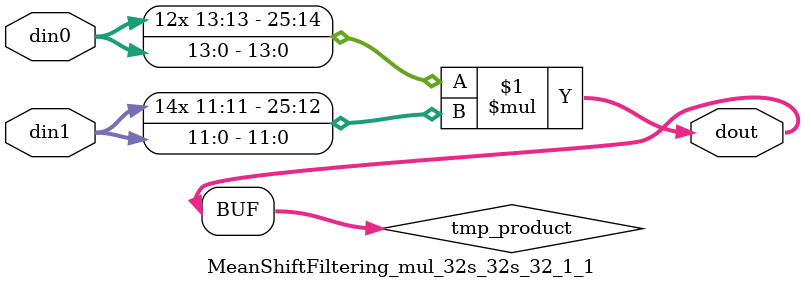
<source format=v>

`timescale 1 ns / 1 ps

  module MeanShiftFiltering_mul_32s_32s_32_1_1(din0, din1, dout);
parameter ID = 1;
parameter NUM_STAGE = 0;
parameter din0_WIDTH = 14;
parameter din1_WIDTH = 12;
parameter dout_WIDTH = 26;

input [din0_WIDTH - 1 : 0] din0; 
input [din1_WIDTH - 1 : 0] din1; 
output [dout_WIDTH - 1 : 0] dout;

wire signed [dout_WIDTH - 1 : 0] tmp_product;













assign tmp_product = $signed(din0) * $signed(din1);








assign dout = tmp_product;







endmodule

</source>
